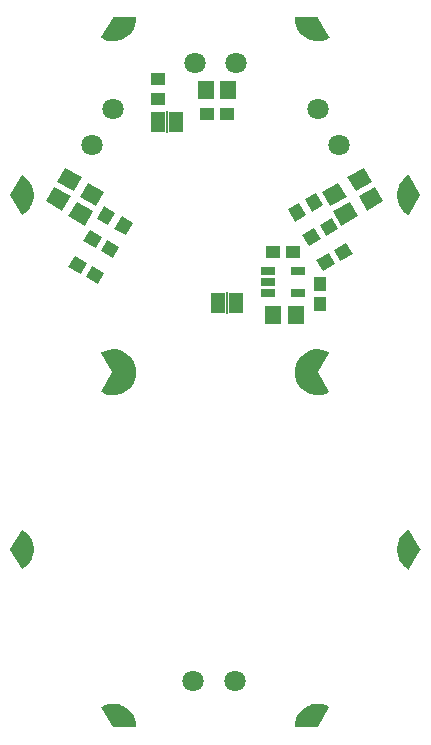
<source format=gbr>
G04 EAGLE Gerber RS-274X export*
G75*
%MOMM*%
%FSLAX34Y34*%
%LPD*%
%INSoldermask Bottom*%
%IPPOS*%
%AMOC8*
5,1,8,0,0,1.08239X$1,22.5*%
G01*
%ADD10C,1.101600*%
%ADD11C,1.801600*%
%ADD12R,1.201600X1.101600*%
%ADD13R,1.401600X1.601600*%
%ADD14R,1.270000X1.701800*%
%ADD15R,0.152400X1.828800*%
%ADD16R,1.101600X1.201600*%
%ADD17R,1.301600X0.651600*%

G36*
X417569Y475645D02*
X417569Y475645D01*
X417616Y475643D01*
X420654Y476008D01*
X420686Y476019D01*
X420732Y476024D01*
X423672Y476872D01*
X423702Y476888D01*
X423748Y476900D01*
X426514Y478209D01*
X426536Y478226D01*
X426563Y478236D01*
X426615Y478285D01*
X426673Y478328D01*
X426687Y478353D01*
X426708Y478372D01*
X426737Y478438D01*
X426773Y478500D01*
X426776Y478528D01*
X426788Y478554D01*
X426789Y478626D01*
X426798Y478697D01*
X426790Y478724D01*
X426791Y478753D01*
X426755Y478848D01*
X426744Y478888D01*
X426737Y478897D01*
X426733Y478909D01*
X417376Y495160D01*
X426733Y511411D01*
X426742Y511438D01*
X426758Y511462D01*
X426773Y511532D01*
X426796Y511600D01*
X426793Y511628D01*
X426799Y511656D01*
X426786Y511727D01*
X426780Y511798D01*
X426767Y511823D01*
X426761Y511851D01*
X426721Y511911D01*
X426688Y511974D01*
X426666Y511992D01*
X426650Y512016D01*
X426567Y512074D01*
X426535Y512101D01*
X426524Y512104D01*
X426514Y512111D01*
X423748Y513420D01*
X423715Y513428D01*
X423672Y513448D01*
X420732Y514296D01*
X420698Y514299D01*
X420654Y514312D01*
X417616Y514677D01*
X417582Y514674D01*
X417535Y514680D01*
X414478Y514553D01*
X414445Y514545D01*
X414398Y514544D01*
X411401Y513928D01*
X411370Y513915D01*
X411324Y513906D01*
X408464Y512817D01*
X408436Y512799D01*
X408392Y512783D01*
X405744Y511249D01*
X405718Y511227D01*
X405678Y511204D01*
X403310Y509266D01*
X403288Y509239D01*
X403252Y509210D01*
X401225Y506917D01*
X401209Y506888D01*
X401177Y506853D01*
X399545Y504265D01*
X399533Y504233D01*
X399508Y504194D01*
X398312Y501377D01*
X398305Y501344D01*
X398302Y501337D01*
X398298Y501331D01*
X398297Y501325D01*
X398286Y501301D01*
X397558Y498329D01*
X397556Y498295D01*
X397545Y498250D01*
X397302Y495200D01*
X397306Y495171D01*
X397301Y495143D01*
X397303Y495133D01*
X397302Y495120D01*
X397545Y492070D01*
X397554Y492038D01*
X397558Y491991D01*
X398286Y489019D01*
X398301Y488988D01*
X398312Y488943D01*
X399508Y486126D01*
X399527Y486098D01*
X399545Y486055D01*
X401177Y483467D01*
X401201Y483443D01*
X401225Y483403D01*
X403252Y481110D01*
X403279Y481090D01*
X403310Y481054D01*
X405678Y479116D01*
X405708Y479100D01*
X405744Y479071D01*
X408392Y477538D01*
X408424Y477527D01*
X408464Y477503D01*
X411324Y476415D01*
X411357Y476409D01*
X411401Y476392D01*
X414398Y475776D01*
X414432Y475776D01*
X414478Y475767D01*
X417535Y475640D01*
X417569Y475645D01*
G37*
G36*
X245922Y475767D02*
X245922Y475767D01*
X245955Y475775D01*
X246002Y475776D01*
X248999Y476392D01*
X249030Y476405D01*
X249076Y476415D01*
X251936Y477503D01*
X251965Y477521D01*
X252008Y477538D01*
X254656Y479071D01*
X254682Y479093D01*
X254723Y479116D01*
X257090Y481054D01*
X257112Y481081D01*
X257148Y481110D01*
X259175Y483403D01*
X259192Y483432D01*
X259223Y483467D01*
X260855Y486055D01*
X260867Y486087D01*
X260892Y486126D01*
X262088Y488943D01*
X262095Y488976D01*
X262114Y489019D01*
X262842Y491991D01*
X262844Y492025D01*
X262855Y492070D01*
X263098Y495120D01*
X263094Y495149D01*
X263099Y495177D01*
X263097Y495187D01*
X263098Y495200D01*
X262855Y498250D01*
X262846Y498282D01*
X262842Y498329D01*
X262114Y501301D01*
X262099Y501332D01*
X262088Y501377D01*
X260892Y504194D01*
X260873Y504222D01*
X260855Y504265D01*
X259223Y506853D01*
X259199Y506877D01*
X259175Y506917D01*
X257148Y509210D01*
X257121Y509230D01*
X257090Y509266D01*
X254723Y511204D01*
X254692Y511220D01*
X254656Y511249D01*
X252008Y512783D01*
X251976Y512793D01*
X251936Y512817D01*
X249076Y513906D01*
X249043Y513911D01*
X248999Y513928D01*
X246002Y514544D01*
X245968Y514544D01*
X245922Y514553D01*
X242865Y514680D01*
X242831Y514675D01*
X242784Y514677D01*
X239746Y514312D01*
X239714Y514301D01*
X239668Y514296D01*
X236728Y513448D01*
X236698Y513432D01*
X236653Y513420D01*
X233887Y512111D01*
X233864Y512094D01*
X233837Y512084D01*
X233785Y512035D01*
X233727Y511992D01*
X233713Y511967D01*
X233692Y511948D01*
X233663Y511882D01*
X233627Y511820D01*
X233624Y511792D01*
X233612Y511766D01*
X233611Y511694D01*
X233602Y511623D01*
X233610Y511596D01*
X233610Y511567D01*
X233645Y511472D01*
X233656Y511432D01*
X233663Y511423D01*
X233667Y511411D01*
X243024Y495160D01*
X233667Y478909D01*
X233658Y478882D01*
X233642Y478858D01*
X233627Y478788D01*
X233604Y478720D01*
X233607Y478692D01*
X233601Y478664D01*
X233615Y478594D01*
X233620Y478522D01*
X233633Y478497D01*
X233639Y478469D01*
X233679Y478409D01*
X233712Y478346D01*
X233734Y478328D01*
X233750Y478304D01*
X233833Y478246D01*
X233865Y478219D01*
X233876Y478216D01*
X233887Y478209D01*
X236653Y476900D01*
X236686Y476892D01*
X236728Y476872D01*
X239668Y476024D01*
X239702Y476021D01*
X239746Y476008D01*
X242784Y475643D01*
X242818Y475646D01*
X242865Y475640D01*
X245922Y475767D01*
G37*
G36*
X417594Y775648D02*
X417594Y775648D01*
X417640Y775646D01*
X420684Y776015D01*
X420717Y776026D01*
X420763Y776031D01*
X423708Y776884D01*
X423738Y776900D01*
X423783Y776913D01*
X426553Y778227D01*
X426577Y778245D01*
X426604Y778255D01*
X426656Y778304D01*
X426713Y778347D01*
X426727Y778372D01*
X426748Y778392D01*
X426777Y778457D01*
X426812Y778519D01*
X426816Y778547D01*
X426828Y778574D01*
X426828Y778645D01*
X426837Y778716D01*
X426829Y778744D01*
X426830Y778773D01*
X426795Y778866D01*
X426783Y778907D01*
X426776Y778916D01*
X426771Y778929D01*
X417232Y795406D01*
X417181Y795463D01*
X417136Y795525D01*
X417116Y795537D01*
X417100Y795555D01*
X417031Y795588D01*
X416965Y795627D01*
X416939Y795631D01*
X416921Y795640D01*
X416876Y795642D01*
X416801Y795655D01*
X397761Y795678D01*
X397733Y795672D01*
X397704Y795674D01*
X397636Y795652D01*
X397566Y795638D01*
X397542Y795622D01*
X397515Y795613D01*
X397461Y795566D01*
X397402Y795526D01*
X397387Y795502D01*
X397365Y795483D01*
X397333Y795418D01*
X397295Y795358D01*
X397290Y795330D01*
X397277Y795304D01*
X397269Y795204D01*
X397262Y795162D01*
X397264Y795152D01*
X397263Y795138D01*
X397510Y792082D01*
X397519Y792049D01*
X397523Y792003D01*
X398256Y789026D01*
X398271Y788995D01*
X398282Y788949D01*
X399484Y786129D01*
X399503Y786101D01*
X399521Y786057D01*
X401160Y783466D01*
X401183Y783441D01*
X401208Y783402D01*
X403241Y781107D01*
X403268Y781086D01*
X403299Y781051D01*
X405674Y779112D01*
X405704Y779096D01*
X405740Y779066D01*
X408396Y777533D01*
X408428Y777522D01*
X408468Y777499D01*
X411335Y776411D01*
X411369Y776406D01*
X411413Y776389D01*
X414417Y775776D01*
X414451Y775776D01*
X414497Y775766D01*
X417560Y775642D01*
X417594Y775648D01*
G37*
G36*
X245904Y775766D02*
X245904Y775766D01*
X245936Y775774D01*
X245983Y775776D01*
X248988Y776389D01*
X249019Y776402D01*
X249065Y776411D01*
X251932Y777499D01*
X251960Y777517D01*
X252004Y777533D01*
X254660Y779066D01*
X254685Y779089D01*
X254726Y779112D01*
X257101Y781051D01*
X257122Y781077D01*
X257159Y781107D01*
X259192Y783402D01*
X259209Y783431D01*
X259240Y783466D01*
X260879Y786057D01*
X260891Y786089D01*
X260916Y786129D01*
X262118Y788949D01*
X262125Y788983D01*
X262144Y789026D01*
X262877Y792003D01*
X262879Y792037D01*
X262890Y792082D01*
X263137Y795138D01*
X263134Y795167D01*
X263138Y795195D01*
X263122Y795265D01*
X263113Y795336D01*
X263099Y795361D01*
X263092Y795389D01*
X263050Y795446D01*
X263014Y795508D01*
X262991Y795526D01*
X262974Y795549D01*
X262913Y795585D01*
X262856Y795628D01*
X262828Y795635D01*
X262803Y795650D01*
X262704Y795667D01*
X262663Y795677D01*
X262652Y795675D01*
X262639Y795678D01*
X243599Y795655D01*
X243524Y795639D01*
X243448Y795631D01*
X243427Y795620D01*
X243405Y795615D01*
X243341Y795571D01*
X243274Y795534D01*
X243258Y795514D01*
X243241Y795502D01*
X243217Y795465D01*
X243168Y795406D01*
X233629Y778929D01*
X233619Y778901D01*
X233603Y778877D01*
X233588Y778808D01*
X233565Y778740D01*
X233567Y778711D01*
X233561Y778683D01*
X233575Y778613D01*
X233580Y778542D01*
X233594Y778516D01*
X233599Y778488D01*
X233639Y778428D01*
X233672Y778365D01*
X233694Y778347D01*
X233710Y778323D01*
X233792Y778265D01*
X233825Y778238D01*
X233835Y778235D01*
X233847Y778227D01*
X236617Y776913D01*
X236650Y776905D01*
X236692Y776884D01*
X239637Y776031D01*
X239671Y776029D01*
X239716Y776015D01*
X242760Y775646D01*
X242793Y775648D01*
X242840Y775642D01*
X245904Y775766D01*
G37*
G36*
X493927Y628171D02*
X493927Y628171D01*
X493998Y628171D01*
X494025Y628182D01*
X494054Y628185D01*
X494116Y628220D01*
X494181Y628248D01*
X494202Y628268D01*
X494227Y628283D01*
X494290Y628360D01*
X494320Y628390D01*
X494324Y628400D01*
X494333Y628411D01*
X503833Y644911D01*
X503843Y644943D01*
X503852Y644956D01*
X503856Y644980D01*
X503857Y644984D01*
X503888Y645054D01*
X503888Y645078D01*
X503896Y645100D01*
X503890Y645176D01*
X503891Y645253D01*
X503881Y645277D01*
X503880Y645298D01*
X503859Y645337D01*
X503833Y645409D01*
X494333Y661909D01*
X494314Y661931D01*
X494301Y661957D01*
X494248Y662005D01*
X494201Y662058D01*
X494175Y662071D01*
X494154Y662090D01*
X494086Y662113D01*
X494022Y662144D01*
X493993Y662146D01*
X493966Y662155D01*
X493894Y662150D01*
X493823Y662153D01*
X493796Y662143D01*
X493767Y662141D01*
X493677Y662099D01*
X493637Y662084D01*
X493629Y662077D01*
X493616Y662071D01*
X491093Y660329D01*
X491069Y660305D01*
X491031Y660278D01*
X488819Y658154D01*
X488800Y658126D01*
X488766Y658094D01*
X486924Y655643D01*
X486910Y655612D01*
X486881Y655575D01*
X485456Y652860D01*
X485447Y652829D01*
X485431Y652804D01*
X485430Y652796D01*
X485425Y652786D01*
X484454Y649878D01*
X484450Y649844D01*
X484435Y649800D01*
X483943Y646773D01*
X483944Y646739D01*
X483936Y646693D01*
X483936Y643627D01*
X483937Y643623D01*
X483937Y643621D01*
X483943Y643594D01*
X483943Y643547D01*
X484435Y640520D01*
X484447Y640489D01*
X484454Y640442D01*
X485425Y637534D01*
X485442Y637505D01*
X485456Y637460D01*
X486881Y634745D01*
X486903Y634719D01*
X486924Y634677D01*
X488766Y632226D01*
X488791Y632203D01*
X488819Y632166D01*
X491031Y630042D01*
X491059Y630024D01*
X491093Y629991D01*
X493616Y628249D01*
X493643Y628238D01*
X493665Y628219D01*
X493734Y628199D01*
X493799Y628171D01*
X493828Y628171D01*
X493856Y628163D01*
X493927Y628171D01*
G37*
G36*
X493927Y328171D02*
X493927Y328171D01*
X493998Y328171D01*
X494025Y328182D01*
X494054Y328185D01*
X494116Y328220D01*
X494181Y328248D01*
X494202Y328268D01*
X494227Y328283D01*
X494290Y328360D01*
X494320Y328390D01*
X494324Y328400D01*
X494333Y328411D01*
X503833Y344911D01*
X503843Y344943D01*
X503852Y344956D01*
X503856Y344980D01*
X503857Y344984D01*
X503888Y345054D01*
X503888Y345078D01*
X503896Y345100D01*
X503890Y345176D01*
X503891Y345253D01*
X503881Y345277D01*
X503880Y345298D01*
X503859Y345337D01*
X503833Y345409D01*
X494333Y361909D01*
X494314Y361931D01*
X494301Y361957D01*
X494248Y362005D01*
X494201Y362058D01*
X494175Y362071D01*
X494154Y362090D01*
X494086Y362113D01*
X494022Y362144D01*
X493993Y362146D01*
X493966Y362155D01*
X493894Y362150D01*
X493823Y362153D01*
X493796Y362143D01*
X493767Y362141D01*
X493677Y362099D01*
X493637Y362084D01*
X493629Y362077D01*
X493616Y362071D01*
X491093Y360329D01*
X491069Y360305D01*
X491031Y360278D01*
X488819Y358154D01*
X488800Y358126D01*
X488766Y358094D01*
X486924Y355643D01*
X486910Y355612D01*
X486881Y355575D01*
X485456Y352860D01*
X485447Y352829D01*
X485431Y352804D01*
X485430Y352796D01*
X485425Y352786D01*
X484454Y349878D01*
X484450Y349844D01*
X484435Y349800D01*
X483943Y346773D01*
X483944Y346739D01*
X483936Y346693D01*
X483936Y343627D01*
X483937Y343623D01*
X483937Y343621D01*
X483943Y343594D01*
X483943Y343547D01*
X484435Y340520D01*
X484447Y340489D01*
X484454Y340442D01*
X485425Y337534D01*
X485442Y337505D01*
X485456Y337460D01*
X486881Y334745D01*
X486903Y334719D01*
X486924Y334677D01*
X488766Y332226D01*
X488791Y332203D01*
X488819Y332166D01*
X491031Y330042D01*
X491059Y330024D01*
X491093Y329991D01*
X493616Y328249D01*
X493643Y328238D01*
X493665Y328219D01*
X493734Y328199D01*
X493799Y328171D01*
X493828Y328171D01*
X493856Y328163D01*
X493927Y328171D01*
G37*
G36*
X166506Y628170D02*
X166506Y628170D01*
X166577Y628167D01*
X166604Y628177D01*
X166633Y628179D01*
X166723Y628221D01*
X166763Y628236D01*
X166771Y628243D01*
X166784Y628249D01*
X169307Y629991D01*
X169331Y630015D01*
X169369Y630042D01*
X171581Y632166D01*
X171600Y632194D01*
X171634Y632226D01*
X173476Y634677D01*
X173490Y634708D01*
X173519Y634745D01*
X174944Y637460D01*
X174953Y637493D01*
X174975Y637534D01*
X175946Y640442D01*
X175950Y640476D01*
X175965Y640520D01*
X176457Y643547D01*
X176456Y643581D01*
X176464Y643627D01*
X176464Y646693D01*
X176457Y646726D01*
X176457Y646773D01*
X175965Y649800D01*
X175953Y649831D01*
X175946Y649878D01*
X174975Y652786D01*
X174962Y652809D01*
X174956Y652834D01*
X174949Y652843D01*
X174944Y652860D01*
X173519Y655575D01*
X173497Y655601D01*
X173476Y655643D01*
X171634Y658094D01*
X171609Y658117D01*
X171581Y658154D01*
X169369Y660278D01*
X169341Y660296D01*
X169307Y660329D01*
X166784Y662071D01*
X166757Y662082D01*
X166735Y662101D01*
X166666Y662121D01*
X166601Y662149D01*
X166572Y662149D01*
X166544Y662157D01*
X166473Y662149D01*
X166402Y662150D01*
X166375Y662138D01*
X166346Y662135D01*
X166284Y662100D01*
X166219Y662072D01*
X166198Y662052D01*
X166173Y662037D01*
X166110Y661960D01*
X166080Y661930D01*
X166076Y661920D01*
X166067Y661909D01*
X156567Y645409D01*
X156543Y645336D01*
X156512Y645266D01*
X156512Y645242D01*
X156504Y645220D01*
X156511Y645144D01*
X156510Y645067D01*
X156519Y645043D01*
X156520Y645022D01*
X156541Y644983D01*
X156560Y644931D01*
X156561Y644925D01*
X156563Y644923D01*
X156567Y644911D01*
X166067Y628411D01*
X166086Y628389D01*
X166099Y628363D01*
X166152Y628315D01*
X166199Y628262D01*
X166225Y628249D01*
X166247Y628230D01*
X166314Y628207D01*
X166378Y628176D01*
X166407Y628175D01*
X166434Y628165D01*
X166506Y628170D01*
G37*
G36*
X166506Y328170D02*
X166506Y328170D01*
X166577Y328167D01*
X166604Y328177D01*
X166633Y328179D01*
X166723Y328221D01*
X166763Y328236D01*
X166771Y328243D01*
X166784Y328249D01*
X169307Y329991D01*
X169331Y330015D01*
X169369Y330042D01*
X171581Y332166D01*
X171600Y332194D01*
X171634Y332226D01*
X173476Y334677D01*
X173490Y334708D01*
X173519Y334745D01*
X174944Y337460D01*
X174953Y337493D01*
X174975Y337534D01*
X175946Y340442D01*
X175950Y340476D01*
X175965Y340520D01*
X176457Y343547D01*
X176456Y343581D01*
X176464Y343627D01*
X176464Y346693D01*
X176457Y346726D01*
X176457Y346773D01*
X175965Y349800D01*
X175953Y349831D01*
X175946Y349878D01*
X174975Y352786D01*
X174962Y352809D01*
X174956Y352834D01*
X174949Y352843D01*
X174944Y352860D01*
X173519Y355575D01*
X173497Y355601D01*
X173476Y355643D01*
X171634Y358094D01*
X171609Y358117D01*
X171581Y358154D01*
X169369Y360278D01*
X169341Y360296D01*
X169307Y360329D01*
X166784Y362071D01*
X166757Y362082D01*
X166735Y362101D01*
X166666Y362121D01*
X166601Y362149D01*
X166572Y362149D01*
X166544Y362157D01*
X166473Y362149D01*
X166402Y362150D01*
X166375Y362138D01*
X166346Y362135D01*
X166284Y362100D01*
X166219Y362072D01*
X166198Y362052D01*
X166173Y362037D01*
X166110Y361960D01*
X166080Y361930D01*
X166076Y361920D01*
X166067Y361909D01*
X156567Y345409D01*
X156543Y345336D01*
X156512Y345266D01*
X156512Y345242D01*
X156504Y345220D01*
X156511Y345144D01*
X156510Y345067D01*
X156519Y345043D01*
X156520Y345022D01*
X156541Y344983D01*
X156560Y344931D01*
X156561Y344925D01*
X156563Y344923D01*
X156567Y344911D01*
X166067Y328411D01*
X166086Y328389D01*
X166099Y328363D01*
X166152Y328315D01*
X166199Y328262D01*
X166225Y328249D01*
X166247Y328230D01*
X166314Y328207D01*
X166378Y328176D01*
X166407Y328175D01*
X166434Y328165D01*
X166506Y328170D01*
G37*
G36*
X416876Y194676D02*
X416876Y194676D01*
X416954Y194685D01*
X416973Y194696D01*
X416995Y194700D01*
X417059Y194744D01*
X417127Y194783D01*
X417143Y194802D01*
X417159Y194813D01*
X417183Y194851D01*
X417233Y194911D01*
X426733Y211411D01*
X426742Y211438D01*
X426758Y211462D01*
X426773Y211532D01*
X426796Y211600D01*
X426793Y211628D01*
X426799Y211656D01*
X426786Y211727D01*
X426780Y211798D01*
X426767Y211823D01*
X426761Y211851D01*
X426721Y211911D01*
X426688Y211974D01*
X426666Y211992D01*
X426650Y212016D01*
X426567Y212074D01*
X426535Y212101D01*
X426524Y212104D01*
X426514Y212111D01*
X423748Y213420D01*
X423715Y213428D01*
X423672Y213448D01*
X420732Y214296D01*
X420698Y214299D01*
X420654Y214312D01*
X417616Y214677D01*
X417582Y214674D01*
X417535Y214680D01*
X414478Y214553D01*
X414445Y214545D01*
X414398Y214544D01*
X411401Y213928D01*
X411370Y213915D01*
X411324Y213906D01*
X408464Y212817D01*
X408436Y212799D01*
X408392Y212783D01*
X405744Y211249D01*
X405718Y211227D01*
X405678Y211204D01*
X403310Y209266D01*
X403288Y209239D01*
X403252Y209210D01*
X401225Y206917D01*
X401209Y206888D01*
X401177Y206853D01*
X399545Y204265D01*
X399533Y204233D01*
X399508Y204194D01*
X398312Y201377D01*
X398305Y201344D01*
X398302Y201337D01*
X398298Y201331D01*
X398297Y201325D01*
X398286Y201301D01*
X397558Y198329D01*
X397556Y198295D01*
X397545Y198250D01*
X397302Y195200D01*
X397306Y195171D01*
X397301Y195143D01*
X397318Y195074D01*
X397326Y195002D01*
X397341Y194978D01*
X397347Y194950D01*
X397390Y194892D01*
X397426Y194830D01*
X397448Y194813D01*
X397465Y194790D01*
X397527Y194753D01*
X397584Y194710D01*
X397612Y194703D01*
X397636Y194688D01*
X397736Y194672D01*
X397777Y194661D01*
X397787Y194663D01*
X397800Y194661D01*
X416800Y194661D01*
X416876Y194676D01*
G37*
G36*
X262628Y194666D02*
X262628Y194666D01*
X262656Y194664D01*
X262724Y194686D01*
X262795Y194700D01*
X262818Y194716D01*
X262845Y194725D01*
X262900Y194772D01*
X262959Y194813D01*
X262974Y194837D01*
X262996Y194855D01*
X263027Y194920D01*
X263066Y194980D01*
X263071Y195008D01*
X263083Y195034D01*
X263092Y195135D01*
X263099Y195177D01*
X263097Y195187D01*
X263098Y195200D01*
X262855Y198250D01*
X262846Y198282D01*
X262842Y198329D01*
X262114Y201301D01*
X262099Y201332D01*
X262088Y201377D01*
X260892Y204194D01*
X260873Y204222D01*
X260855Y204265D01*
X259223Y206853D01*
X259199Y206877D01*
X259175Y206917D01*
X257148Y209210D01*
X257121Y209230D01*
X257090Y209266D01*
X254723Y211204D01*
X254692Y211220D01*
X254656Y211249D01*
X252008Y212783D01*
X251976Y212793D01*
X251936Y212817D01*
X249076Y213906D01*
X249043Y213911D01*
X248999Y213928D01*
X246002Y214544D01*
X245968Y214544D01*
X245922Y214553D01*
X242865Y214680D01*
X242831Y214675D01*
X242784Y214677D01*
X239746Y214312D01*
X239714Y214301D01*
X239668Y214296D01*
X236728Y213448D01*
X236698Y213432D01*
X236653Y213420D01*
X233887Y212111D01*
X233864Y212094D01*
X233837Y212084D01*
X233785Y212035D01*
X233727Y211992D01*
X233713Y211967D01*
X233692Y211948D01*
X233663Y211882D01*
X233627Y211820D01*
X233624Y211792D01*
X233612Y211766D01*
X233611Y211694D01*
X233602Y211623D01*
X233610Y211596D01*
X233610Y211567D01*
X233645Y211472D01*
X233656Y211432D01*
X233663Y211423D01*
X233667Y211411D01*
X243167Y194911D01*
X243219Y194853D01*
X243265Y194790D01*
X243284Y194779D01*
X243299Y194762D01*
X243369Y194728D01*
X243436Y194688D01*
X243461Y194684D01*
X243478Y194676D01*
X243523Y194674D01*
X243600Y194661D01*
X262600Y194661D01*
X262628Y194666D01*
G37*
D10*
X495400Y645160D03*
X407720Y494440D03*
X252680Y494440D03*
X165000Y645160D03*
X495400Y345160D03*
X412800Y202060D03*
X247600Y202060D03*
X165000Y345160D03*
X412800Y788227D03*
X247600Y788227D03*
D11*
X346430Y233410D03*
X311430Y233410D03*
X225796Y687925D03*
X243296Y718235D03*
X417104Y718235D03*
X434604Y687925D03*
X312700Y757190D03*
X347700Y757190D03*
D12*
X322970Y713740D03*
X339970Y713740D03*
D13*
X321970Y734060D03*
X340970Y734060D03*
D12*
X281940Y743830D03*
X281940Y726830D03*
D14*
X297180Y707390D03*
X281940Y707390D03*
D15*
X289560Y707390D03*
D16*
G36*
X406813Y628301D02*
X397273Y622793D01*
X391265Y633199D01*
X400805Y638707D01*
X406813Y628301D01*
G37*
G36*
X421535Y636801D02*
X411995Y631293D01*
X405987Y641699D01*
X415527Y647207D01*
X421535Y636801D01*
G37*
G36*
X250705Y627277D02*
X260245Y621769D01*
X254237Y611363D01*
X244697Y616871D01*
X250705Y627277D01*
G37*
G36*
X235983Y635777D02*
X245523Y630269D01*
X239515Y619863D01*
X229975Y625371D01*
X235983Y635777D01*
G37*
D12*
G36*
X418367Y619845D02*
X428773Y625853D01*
X434281Y616313D01*
X423875Y610305D01*
X418367Y619845D01*
G37*
G36*
X403645Y611345D02*
X414051Y617353D01*
X419559Y607813D01*
X409153Y601805D01*
X403645Y611345D01*
G37*
G36*
X225880Y585254D02*
X236286Y579246D01*
X230778Y569706D01*
X220372Y575714D01*
X225880Y585254D01*
G37*
G36*
X211158Y593754D02*
X221564Y587746D01*
X216056Y578206D01*
X205650Y584214D01*
X211158Y593754D01*
G37*
G36*
X430432Y598948D02*
X440838Y604956D01*
X446346Y595416D01*
X435940Y589408D01*
X430432Y598948D01*
G37*
G36*
X415710Y590448D02*
X426116Y596456D01*
X431624Y586916D01*
X421218Y580908D01*
X415710Y590448D01*
G37*
G36*
X238580Y607251D02*
X248986Y601243D01*
X243478Y591703D01*
X233072Y597711D01*
X238580Y607251D01*
G37*
G36*
X223858Y615751D02*
X234264Y609743D01*
X228756Y600203D01*
X218350Y606211D01*
X223858Y615751D01*
G37*
D13*
G36*
X215291Y643702D02*
X222299Y655840D01*
X236169Y647832D01*
X229161Y635694D01*
X215291Y643702D01*
G37*
G36*
X205791Y627248D02*
X212799Y639386D01*
X226669Y631378D01*
X219661Y619240D01*
X205791Y627248D01*
G37*
G36*
X196241Y656402D02*
X203249Y668540D01*
X217119Y660532D01*
X210111Y648394D01*
X196241Y656402D01*
G37*
G36*
X186741Y639948D02*
X193749Y652086D01*
X207619Y644078D01*
X200611Y631940D01*
X186741Y639948D01*
G37*
G36*
X443791Y639386D02*
X450799Y627248D01*
X436929Y619240D01*
X429921Y631378D01*
X443791Y639386D01*
G37*
G36*
X434291Y655840D02*
X441299Y643702D01*
X427429Y635694D01*
X420421Y647832D01*
X434291Y655840D01*
G37*
G36*
X465381Y652086D02*
X472389Y639948D01*
X458519Y631940D01*
X451511Y644078D01*
X465381Y652086D01*
G37*
G36*
X455881Y668540D02*
X462889Y656402D01*
X449019Y648394D01*
X442011Y660532D01*
X455881Y668540D01*
G37*
D17*
X374350Y562000D03*
X374350Y571500D03*
X374350Y581000D03*
X400350Y581000D03*
X400350Y562000D03*
D12*
X395850Y596900D03*
X378850Y596900D03*
D13*
X398120Y543560D03*
X379120Y543560D03*
D16*
X419100Y552840D03*
X419100Y569840D03*
D14*
X347980Y553720D03*
X332740Y553720D03*
D15*
X340360Y553720D03*
M02*

</source>
